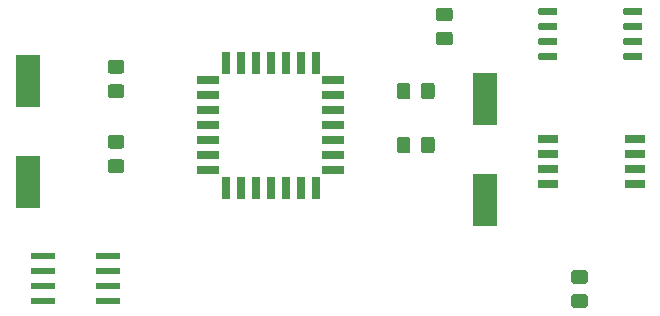
<source format=gtp>
G04 #@! TF.GenerationSoftware,KiCad,Pcbnew,(5.1.5)-3*
G04 #@! TF.CreationDate,2020-12-01T08:46:11+03:00*
G04 #@! TF.ProjectId,project3_4layer,70726f6a-6563-4743-935f-346c61796572,1*
G04 #@! TF.SameCoordinates,Original*
G04 #@! TF.FileFunction,Paste,Top*
G04 #@! TF.FilePolarity,Positive*
%FSLAX46Y46*%
G04 Gerber Fmt 4.6, Leading zero omitted, Abs format (unit mm)*
G04 Created by KiCad (PCBNEW (5.1.5)-3) date 2020-12-01 08:46:11*
%MOMM*%
%LPD*%
G04 APERTURE LIST*
%ADD10R,2.000000X4.500000*%
%ADD11R,2.000000X0.600000*%
%ADD12C,0.100000*%
%ADD13R,1.700000X0.650000*%
%ADD14R,1.925000X0.700000*%
%ADD15R,0.700000X1.925000*%
G04 APERTURE END LIST*
D10*
X97790000Y-134688000D03*
X97790000Y-143188000D03*
X136525000Y-144712000D03*
X136525000Y-136212000D03*
D11*
X99129000Y-149479000D03*
X99129000Y-150749000D03*
X99129000Y-152019000D03*
X99129000Y-153289000D03*
X104579000Y-153289000D03*
X104579000Y-152019000D03*
X104579000Y-150749000D03*
X104579000Y-149479000D03*
D12*
G36*
X149706703Y-128478722D02*
G01*
X149721264Y-128480882D01*
X149735543Y-128484459D01*
X149749403Y-128489418D01*
X149762710Y-128495712D01*
X149775336Y-128503280D01*
X149787159Y-128512048D01*
X149798066Y-128521934D01*
X149807952Y-128532841D01*
X149816720Y-128544664D01*
X149824288Y-128557290D01*
X149830582Y-128570597D01*
X149835541Y-128584457D01*
X149839118Y-128598736D01*
X149841278Y-128613297D01*
X149842000Y-128628000D01*
X149842000Y-128928000D01*
X149841278Y-128942703D01*
X149839118Y-128957264D01*
X149835541Y-128971543D01*
X149830582Y-128985403D01*
X149824288Y-128998710D01*
X149816720Y-129011336D01*
X149807952Y-129023159D01*
X149798066Y-129034066D01*
X149787159Y-129043952D01*
X149775336Y-129052720D01*
X149762710Y-129060288D01*
X149749403Y-129066582D01*
X149735543Y-129071541D01*
X149721264Y-129075118D01*
X149706703Y-129077278D01*
X149692000Y-129078000D01*
X148392000Y-129078000D01*
X148377297Y-129077278D01*
X148362736Y-129075118D01*
X148348457Y-129071541D01*
X148334597Y-129066582D01*
X148321290Y-129060288D01*
X148308664Y-129052720D01*
X148296841Y-129043952D01*
X148285934Y-129034066D01*
X148276048Y-129023159D01*
X148267280Y-129011336D01*
X148259712Y-128998710D01*
X148253418Y-128985403D01*
X148248459Y-128971543D01*
X148244882Y-128957264D01*
X148242722Y-128942703D01*
X148242000Y-128928000D01*
X148242000Y-128628000D01*
X148242722Y-128613297D01*
X148244882Y-128598736D01*
X148248459Y-128584457D01*
X148253418Y-128570597D01*
X148259712Y-128557290D01*
X148267280Y-128544664D01*
X148276048Y-128532841D01*
X148285934Y-128521934D01*
X148296841Y-128512048D01*
X148308664Y-128503280D01*
X148321290Y-128495712D01*
X148334597Y-128489418D01*
X148348457Y-128484459D01*
X148362736Y-128480882D01*
X148377297Y-128478722D01*
X148392000Y-128478000D01*
X149692000Y-128478000D01*
X149706703Y-128478722D01*
G37*
G36*
X149706703Y-129748722D02*
G01*
X149721264Y-129750882D01*
X149735543Y-129754459D01*
X149749403Y-129759418D01*
X149762710Y-129765712D01*
X149775336Y-129773280D01*
X149787159Y-129782048D01*
X149798066Y-129791934D01*
X149807952Y-129802841D01*
X149816720Y-129814664D01*
X149824288Y-129827290D01*
X149830582Y-129840597D01*
X149835541Y-129854457D01*
X149839118Y-129868736D01*
X149841278Y-129883297D01*
X149842000Y-129898000D01*
X149842000Y-130198000D01*
X149841278Y-130212703D01*
X149839118Y-130227264D01*
X149835541Y-130241543D01*
X149830582Y-130255403D01*
X149824288Y-130268710D01*
X149816720Y-130281336D01*
X149807952Y-130293159D01*
X149798066Y-130304066D01*
X149787159Y-130313952D01*
X149775336Y-130322720D01*
X149762710Y-130330288D01*
X149749403Y-130336582D01*
X149735543Y-130341541D01*
X149721264Y-130345118D01*
X149706703Y-130347278D01*
X149692000Y-130348000D01*
X148392000Y-130348000D01*
X148377297Y-130347278D01*
X148362736Y-130345118D01*
X148348457Y-130341541D01*
X148334597Y-130336582D01*
X148321290Y-130330288D01*
X148308664Y-130322720D01*
X148296841Y-130313952D01*
X148285934Y-130304066D01*
X148276048Y-130293159D01*
X148267280Y-130281336D01*
X148259712Y-130268710D01*
X148253418Y-130255403D01*
X148248459Y-130241543D01*
X148244882Y-130227264D01*
X148242722Y-130212703D01*
X148242000Y-130198000D01*
X148242000Y-129898000D01*
X148242722Y-129883297D01*
X148244882Y-129868736D01*
X148248459Y-129854457D01*
X148253418Y-129840597D01*
X148259712Y-129827290D01*
X148267280Y-129814664D01*
X148276048Y-129802841D01*
X148285934Y-129791934D01*
X148296841Y-129782048D01*
X148308664Y-129773280D01*
X148321290Y-129765712D01*
X148334597Y-129759418D01*
X148348457Y-129754459D01*
X148362736Y-129750882D01*
X148377297Y-129748722D01*
X148392000Y-129748000D01*
X149692000Y-129748000D01*
X149706703Y-129748722D01*
G37*
G36*
X149706703Y-131018722D02*
G01*
X149721264Y-131020882D01*
X149735543Y-131024459D01*
X149749403Y-131029418D01*
X149762710Y-131035712D01*
X149775336Y-131043280D01*
X149787159Y-131052048D01*
X149798066Y-131061934D01*
X149807952Y-131072841D01*
X149816720Y-131084664D01*
X149824288Y-131097290D01*
X149830582Y-131110597D01*
X149835541Y-131124457D01*
X149839118Y-131138736D01*
X149841278Y-131153297D01*
X149842000Y-131168000D01*
X149842000Y-131468000D01*
X149841278Y-131482703D01*
X149839118Y-131497264D01*
X149835541Y-131511543D01*
X149830582Y-131525403D01*
X149824288Y-131538710D01*
X149816720Y-131551336D01*
X149807952Y-131563159D01*
X149798066Y-131574066D01*
X149787159Y-131583952D01*
X149775336Y-131592720D01*
X149762710Y-131600288D01*
X149749403Y-131606582D01*
X149735543Y-131611541D01*
X149721264Y-131615118D01*
X149706703Y-131617278D01*
X149692000Y-131618000D01*
X148392000Y-131618000D01*
X148377297Y-131617278D01*
X148362736Y-131615118D01*
X148348457Y-131611541D01*
X148334597Y-131606582D01*
X148321290Y-131600288D01*
X148308664Y-131592720D01*
X148296841Y-131583952D01*
X148285934Y-131574066D01*
X148276048Y-131563159D01*
X148267280Y-131551336D01*
X148259712Y-131538710D01*
X148253418Y-131525403D01*
X148248459Y-131511543D01*
X148244882Y-131497264D01*
X148242722Y-131482703D01*
X148242000Y-131468000D01*
X148242000Y-131168000D01*
X148242722Y-131153297D01*
X148244882Y-131138736D01*
X148248459Y-131124457D01*
X148253418Y-131110597D01*
X148259712Y-131097290D01*
X148267280Y-131084664D01*
X148276048Y-131072841D01*
X148285934Y-131061934D01*
X148296841Y-131052048D01*
X148308664Y-131043280D01*
X148321290Y-131035712D01*
X148334597Y-131029418D01*
X148348457Y-131024459D01*
X148362736Y-131020882D01*
X148377297Y-131018722D01*
X148392000Y-131018000D01*
X149692000Y-131018000D01*
X149706703Y-131018722D01*
G37*
G36*
X149706703Y-132288722D02*
G01*
X149721264Y-132290882D01*
X149735543Y-132294459D01*
X149749403Y-132299418D01*
X149762710Y-132305712D01*
X149775336Y-132313280D01*
X149787159Y-132322048D01*
X149798066Y-132331934D01*
X149807952Y-132342841D01*
X149816720Y-132354664D01*
X149824288Y-132367290D01*
X149830582Y-132380597D01*
X149835541Y-132394457D01*
X149839118Y-132408736D01*
X149841278Y-132423297D01*
X149842000Y-132438000D01*
X149842000Y-132738000D01*
X149841278Y-132752703D01*
X149839118Y-132767264D01*
X149835541Y-132781543D01*
X149830582Y-132795403D01*
X149824288Y-132808710D01*
X149816720Y-132821336D01*
X149807952Y-132833159D01*
X149798066Y-132844066D01*
X149787159Y-132853952D01*
X149775336Y-132862720D01*
X149762710Y-132870288D01*
X149749403Y-132876582D01*
X149735543Y-132881541D01*
X149721264Y-132885118D01*
X149706703Y-132887278D01*
X149692000Y-132888000D01*
X148392000Y-132888000D01*
X148377297Y-132887278D01*
X148362736Y-132885118D01*
X148348457Y-132881541D01*
X148334597Y-132876582D01*
X148321290Y-132870288D01*
X148308664Y-132862720D01*
X148296841Y-132853952D01*
X148285934Y-132844066D01*
X148276048Y-132833159D01*
X148267280Y-132821336D01*
X148259712Y-132808710D01*
X148253418Y-132795403D01*
X148248459Y-132781543D01*
X148244882Y-132767264D01*
X148242722Y-132752703D01*
X148242000Y-132738000D01*
X148242000Y-132438000D01*
X148242722Y-132423297D01*
X148244882Y-132408736D01*
X148248459Y-132394457D01*
X148253418Y-132380597D01*
X148259712Y-132367290D01*
X148267280Y-132354664D01*
X148276048Y-132342841D01*
X148285934Y-132331934D01*
X148296841Y-132322048D01*
X148308664Y-132313280D01*
X148321290Y-132305712D01*
X148334597Y-132299418D01*
X148348457Y-132294459D01*
X148362736Y-132290882D01*
X148377297Y-132288722D01*
X148392000Y-132288000D01*
X149692000Y-132288000D01*
X149706703Y-132288722D01*
G37*
G36*
X142506703Y-132288722D02*
G01*
X142521264Y-132290882D01*
X142535543Y-132294459D01*
X142549403Y-132299418D01*
X142562710Y-132305712D01*
X142575336Y-132313280D01*
X142587159Y-132322048D01*
X142598066Y-132331934D01*
X142607952Y-132342841D01*
X142616720Y-132354664D01*
X142624288Y-132367290D01*
X142630582Y-132380597D01*
X142635541Y-132394457D01*
X142639118Y-132408736D01*
X142641278Y-132423297D01*
X142642000Y-132438000D01*
X142642000Y-132738000D01*
X142641278Y-132752703D01*
X142639118Y-132767264D01*
X142635541Y-132781543D01*
X142630582Y-132795403D01*
X142624288Y-132808710D01*
X142616720Y-132821336D01*
X142607952Y-132833159D01*
X142598066Y-132844066D01*
X142587159Y-132853952D01*
X142575336Y-132862720D01*
X142562710Y-132870288D01*
X142549403Y-132876582D01*
X142535543Y-132881541D01*
X142521264Y-132885118D01*
X142506703Y-132887278D01*
X142492000Y-132888000D01*
X141192000Y-132888000D01*
X141177297Y-132887278D01*
X141162736Y-132885118D01*
X141148457Y-132881541D01*
X141134597Y-132876582D01*
X141121290Y-132870288D01*
X141108664Y-132862720D01*
X141096841Y-132853952D01*
X141085934Y-132844066D01*
X141076048Y-132833159D01*
X141067280Y-132821336D01*
X141059712Y-132808710D01*
X141053418Y-132795403D01*
X141048459Y-132781543D01*
X141044882Y-132767264D01*
X141042722Y-132752703D01*
X141042000Y-132738000D01*
X141042000Y-132438000D01*
X141042722Y-132423297D01*
X141044882Y-132408736D01*
X141048459Y-132394457D01*
X141053418Y-132380597D01*
X141059712Y-132367290D01*
X141067280Y-132354664D01*
X141076048Y-132342841D01*
X141085934Y-132331934D01*
X141096841Y-132322048D01*
X141108664Y-132313280D01*
X141121290Y-132305712D01*
X141134597Y-132299418D01*
X141148457Y-132294459D01*
X141162736Y-132290882D01*
X141177297Y-132288722D01*
X141192000Y-132288000D01*
X142492000Y-132288000D01*
X142506703Y-132288722D01*
G37*
G36*
X142506703Y-131018722D02*
G01*
X142521264Y-131020882D01*
X142535543Y-131024459D01*
X142549403Y-131029418D01*
X142562710Y-131035712D01*
X142575336Y-131043280D01*
X142587159Y-131052048D01*
X142598066Y-131061934D01*
X142607952Y-131072841D01*
X142616720Y-131084664D01*
X142624288Y-131097290D01*
X142630582Y-131110597D01*
X142635541Y-131124457D01*
X142639118Y-131138736D01*
X142641278Y-131153297D01*
X142642000Y-131168000D01*
X142642000Y-131468000D01*
X142641278Y-131482703D01*
X142639118Y-131497264D01*
X142635541Y-131511543D01*
X142630582Y-131525403D01*
X142624288Y-131538710D01*
X142616720Y-131551336D01*
X142607952Y-131563159D01*
X142598066Y-131574066D01*
X142587159Y-131583952D01*
X142575336Y-131592720D01*
X142562710Y-131600288D01*
X142549403Y-131606582D01*
X142535543Y-131611541D01*
X142521264Y-131615118D01*
X142506703Y-131617278D01*
X142492000Y-131618000D01*
X141192000Y-131618000D01*
X141177297Y-131617278D01*
X141162736Y-131615118D01*
X141148457Y-131611541D01*
X141134597Y-131606582D01*
X141121290Y-131600288D01*
X141108664Y-131592720D01*
X141096841Y-131583952D01*
X141085934Y-131574066D01*
X141076048Y-131563159D01*
X141067280Y-131551336D01*
X141059712Y-131538710D01*
X141053418Y-131525403D01*
X141048459Y-131511543D01*
X141044882Y-131497264D01*
X141042722Y-131482703D01*
X141042000Y-131468000D01*
X141042000Y-131168000D01*
X141042722Y-131153297D01*
X141044882Y-131138736D01*
X141048459Y-131124457D01*
X141053418Y-131110597D01*
X141059712Y-131097290D01*
X141067280Y-131084664D01*
X141076048Y-131072841D01*
X141085934Y-131061934D01*
X141096841Y-131052048D01*
X141108664Y-131043280D01*
X141121290Y-131035712D01*
X141134597Y-131029418D01*
X141148457Y-131024459D01*
X141162736Y-131020882D01*
X141177297Y-131018722D01*
X141192000Y-131018000D01*
X142492000Y-131018000D01*
X142506703Y-131018722D01*
G37*
G36*
X142506703Y-129748722D02*
G01*
X142521264Y-129750882D01*
X142535543Y-129754459D01*
X142549403Y-129759418D01*
X142562710Y-129765712D01*
X142575336Y-129773280D01*
X142587159Y-129782048D01*
X142598066Y-129791934D01*
X142607952Y-129802841D01*
X142616720Y-129814664D01*
X142624288Y-129827290D01*
X142630582Y-129840597D01*
X142635541Y-129854457D01*
X142639118Y-129868736D01*
X142641278Y-129883297D01*
X142642000Y-129898000D01*
X142642000Y-130198000D01*
X142641278Y-130212703D01*
X142639118Y-130227264D01*
X142635541Y-130241543D01*
X142630582Y-130255403D01*
X142624288Y-130268710D01*
X142616720Y-130281336D01*
X142607952Y-130293159D01*
X142598066Y-130304066D01*
X142587159Y-130313952D01*
X142575336Y-130322720D01*
X142562710Y-130330288D01*
X142549403Y-130336582D01*
X142535543Y-130341541D01*
X142521264Y-130345118D01*
X142506703Y-130347278D01*
X142492000Y-130348000D01*
X141192000Y-130348000D01*
X141177297Y-130347278D01*
X141162736Y-130345118D01*
X141148457Y-130341541D01*
X141134597Y-130336582D01*
X141121290Y-130330288D01*
X141108664Y-130322720D01*
X141096841Y-130313952D01*
X141085934Y-130304066D01*
X141076048Y-130293159D01*
X141067280Y-130281336D01*
X141059712Y-130268710D01*
X141053418Y-130255403D01*
X141048459Y-130241543D01*
X141044882Y-130227264D01*
X141042722Y-130212703D01*
X141042000Y-130198000D01*
X141042000Y-129898000D01*
X141042722Y-129883297D01*
X141044882Y-129868736D01*
X141048459Y-129854457D01*
X141053418Y-129840597D01*
X141059712Y-129827290D01*
X141067280Y-129814664D01*
X141076048Y-129802841D01*
X141085934Y-129791934D01*
X141096841Y-129782048D01*
X141108664Y-129773280D01*
X141121290Y-129765712D01*
X141134597Y-129759418D01*
X141148457Y-129754459D01*
X141162736Y-129750882D01*
X141177297Y-129748722D01*
X141192000Y-129748000D01*
X142492000Y-129748000D01*
X142506703Y-129748722D01*
G37*
G36*
X142506703Y-128478722D02*
G01*
X142521264Y-128480882D01*
X142535543Y-128484459D01*
X142549403Y-128489418D01*
X142562710Y-128495712D01*
X142575336Y-128503280D01*
X142587159Y-128512048D01*
X142598066Y-128521934D01*
X142607952Y-128532841D01*
X142616720Y-128544664D01*
X142624288Y-128557290D01*
X142630582Y-128570597D01*
X142635541Y-128584457D01*
X142639118Y-128598736D01*
X142641278Y-128613297D01*
X142642000Y-128628000D01*
X142642000Y-128928000D01*
X142641278Y-128942703D01*
X142639118Y-128957264D01*
X142635541Y-128971543D01*
X142630582Y-128985403D01*
X142624288Y-128998710D01*
X142616720Y-129011336D01*
X142607952Y-129023159D01*
X142598066Y-129034066D01*
X142587159Y-129043952D01*
X142575336Y-129052720D01*
X142562710Y-129060288D01*
X142549403Y-129066582D01*
X142535543Y-129071541D01*
X142521264Y-129075118D01*
X142506703Y-129077278D01*
X142492000Y-129078000D01*
X141192000Y-129078000D01*
X141177297Y-129077278D01*
X141162736Y-129075118D01*
X141148457Y-129071541D01*
X141134597Y-129066582D01*
X141121290Y-129060288D01*
X141108664Y-129052720D01*
X141096841Y-129043952D01*
X141085934Y-129034066D01*
X141076048Y-129023159D01*
X141067280Y-129011336D01*
X141059712Y-128998710D01*
X141053418Y-128985403D01*
X141048459Y-128971543D01*
X141044882Y-128957264D01*
X141042722Y-128942703D01*
X141042000Y-128928000D01*
X141042000Y-128628000D01*
X141042722Y-128613297D01*
X141044882Y-128598736D01*
X141048459Y-128584457D01*
X141053418Y-128570597D01*
X141059712Y-128557290D01*
X141067280Y-128544664D01*
X141076048Y-128532841D01*
X141085934Y-128521934D01*
X141096841Y-128512048D01*
X141108664Y-128503280D01*
X141121290Y-128495712D01*
X141134597Y-128489418D01*
X141148457Y-128484459D01*
X141162736Y-128480882D01*
X141177297Y-128478722D01*
X141192000Y-128478000D01*
X142492000Y-128478000D01*
X142506703Y-128478722D01*
G37*
D13*
X149192000Y-139573000D03*
X149192000Y-140843000D03*
X149192000Y-142113000D03*
X149192000Y-143383000D03*
X141892000Y-143383000D03*
X141892000Y-142113000D03*
X141892000Y-140843000D03*
X141892000Y-139573000D03*
D14*
X123686500Y-134620000D03*
X123686500Y-135890000D03*
X123686500Y-137160000D03*
X123686500Y-138430000D03*
X123686500Y-139700000D03*
X123686500Y-140970000D03*
X123686500Y-142240000D03*
D15*
X122174000Y-143752500D03*
X120904000Y-143752500D03*
X119634000Y-143752500D03*
X118364000Y-143752500D03*
X117094000Y-143752500D03*
X115824000Y-143752500D03*
X114554000Y-143752500D03*
D14*
X113041500Y-142240000D03*
X113041500Y-140970000D03*
X113041500Y-139700000D03*
X113041500Y-138430000D03*
X113041500Y-137160000D03*
X113041500Y-135890000D03*
X113041500Y-134620000D03*
D15*
X122174000Y-133107500D03*
X120904000Y-133107500D03*
X119634000Y-133107500D03*
X114554000Y-133107500D03*
X115824000Y-133107500D03*
X117094000Y-133107500D03*
X118364000Y-133107500D03*
D12*
G36*
X132035505Y-139382204D02*
G01*
X132059773Y-139385804D01*
X132083572Y-139391765D01*
X132106671Y-139400030D01*
X132128850Y-139410520D01*
X132149893Y-139423132D01*
X132169599Y-139437747D01*
X132187777Y-139454223D01*
X132204253Y-139472401D01*
X132218868Y-139492107D01*
X132231480Y-139513150D01*
X132241970Y-139535329D01*
X132250235Y-139558428D01*
X132256196Y-139582227D01*
X132259796Y-139606495D01*
X132261000Y-139630999D01*
X132261000Y-140531001D01*
X132259796Y-140555505D01*
X132256196Y-140579773D01*
X132250235Y-140603572D01*
X132241970Y-140626671D01*
X132231480Y-140648850D01*
X132218868Y-140669893D01*
X132204253Y-140689599D01*
X132187777Y-140707777D01*
X132169599Y-140724253D01*
X132149893Y-140738868D01*
X132128850Y-140751480D01*
X132106671Y-140761970D01*
X132083572Y-140770235D01*
X132059773Y-140776196D01*
X132035505Y-140779796D01*
X132011001Y-140781000D01*
X131360999Y-140781000D01*
X131336495Y-140779796D01*
X131312227Y-140776196D01*
X131288428Y-140770235D01*
X131265329Y-140761970D01*
X131243150Y-140751480D01*
X131222107Y-140738868D01*
X131202401Y-140724253D01*
X131184223Y-140707777D01*
X131167747Y-140689599D01*
X131153132Y-140669893D01*
X131140520Y-140648850D01*
X131130030Y-140626671D01*
X131121765Y-140603572D01*
X131115804Y-140579773D01*
X131112204Y-140555505D01*
X131111000Y-140531001D01*
X131111000Y-139630999D01*
X131112204Y-139606495D01*
X131115804Y-139582227D01*
X131121765Y-139558428D01*
X131130030Y-139535329D01*
X131140520Y-139513150D01*
X131153132Y-139492107D01*
X131167747Y-139472401D01*
X131184223Y-139454223D01*
X131202401Y-139437747D01*
X131222107Y-139423132D01*
X131243150Y-139410520D01*
X131265329Y-139400030D01*
X131288428Y-139391765D01*
X131312227Y-139385804D01*
X131336495Y-139382204D01*
X131360999Y-139381000D01*
X132011001Y-139381000D01*
X132035505Y-139382204D01*
G37*
G36*
X129985505Y-139382204D02*
G01*
X130009773Y-139385804D01*
X130033572Y-139391765D01*
X130056671Y-139400030D01*
X130078850Y-139410520D01*
X130099893Y-139423132D01*
X130119599Y-139437747D01*
X130137777Y-139454223D01*
X130154253Y-139472401D01*
X130168868Y-139492107D01*
X130181480Y-139513150D01*
X130191970Y-139535329D01*
X130200235Y-139558428D01*
X130206196Y-139582227D01*
X130209796Y-139606495D01*
X130211000Y-139630999D01*
X130211000Y-140531001D01*
X130209796Y-140555505D01*
X130206196Y-140579773D01*
X130200235Y-140603572D01*
X130191970Y-140626671D01*
X130181480Y-140648850D01*
X130168868Y-140669893D01*
X130154253Y-140689599D01*
X130137777Y-140707777D01*
X130119599Y-140724253D01*
X130099893Y-140738868D01*
X130078850Y-140751480D01*
X130056671Y-140761970D01*
X130033572Y-140770235D01*
X130009773Y-140776196D01*
X129985505Y-140779796D01*
X129961001Y-140781000D01*
X129310999Y-140781000D01*
X129286495Y-140779796D01*
X129262227Y-140776196D01*
X129238428Y-140770235D01*
X129215329Y-140761970D01*
X129193150Y-140751480D01*
X129172107Y-140738868D01*
X129152401Y-140724253D01*
X129134223Y-140707777D01*
X129117747Y-140689599D01*
X129103132Y-140669893D01*
X129090520Y-140648850D01*
X129080030Y-140626671D01*
X129071765Y-140603572D01*
X129065804Y-140579773D01*
X129062204Y-140555505D01*
X129061000Y-140531001D01*
X129061000Y-139630999D01*
X129062204Y-139606495D01*
X129065804Y-139582227D01*
X129071765Y-139558428D01*
X129080030Y-139535329D01*
X129090520Y-139513150D01*
X129103132Y-139492107D01*
X129117747Y-139472401D01*
X129134223Y-139454223D01*
X129152401Y-139437747D01*
X129172107Y-139423132D01*
X129193150Y-139410520D01*
X129215329Y-139400030D01*
X129238428Y-139391765D01*
X129262227Y-139385804D01*
X129286495Y-139382204D01*
X129310999Y-139381000D01*
X129961001Y-139381000D01*
X129985505Y-139382204D01*
G37*
G36*
X129985505Y-134810204D02*
G01*
X130009773Y-134813804D01*
X130033572Y-134819765D01*
X130056671Y-134828030D01*
X130078850Y-134838520D01*
X130099893Y-134851132D01*
X130119599Y-134865747D01*
X130137777Y-134882223D01*
X130154253Y-134900401D01*
X130168868Y-134920107D01*
X130181480Y-134941150D01*
X130191970Y-134963329D01*
X130200235Y-134986428D01*
X130206196Y-135010227D01*
X130209796Y-135034495D01*
X130211000Y-135058999D01*
X130211000Y-135959001D01*
X130209796Y-135983505D01*
X130206196Y-136007773D01*
X130200235Y-136031572D01*
X130191970Y-136054671D01*
X130181480Y-136076850D01*
X130168868Y-136097893D01*
X130154253Y-136117599D01*
X130137777Y-136135777D01*
X130119599Y-136152253D01*
X130099893Y-136166868D01*
X130078850Y-136179480D01*
X130056671Y-136189970D01*
X130033572Y-136198235D01*
X130009773Y-136204196D01*
X129985505Y-136207796D01*
X129961001Y-136209000D01*
X129310999Y-136209000D01*
X129286495Y-136207796D01*
X129262227Y-136204196D01*
X129238428Y-136198235D01*
X129215329Y-136189970D01*
X129193150Y-136179480D01*
X129172107Y-136166868D01*
X129152401Y-136152253D01*
X129134223Y-136135777D01*
X129117747Y-136117599D01*
X129103132Y-136097893D01*
X129090520Y-136076850D01*
X129080030Y-136054671D01*
X129071765Y-136031572D01*
X129065804Y-136007773D01*
X129062204Y-135983505D01*
X129061000Y-135959001D01*
X129061000Y-135058999D01*
X129062204Y-135034495D01*
X129065804Y-135010227D01*
X129071765Y-134986428D01*
X129080030Y-134963329D01*
X129090520Y-134941150D01*
X129103132Y-134920107D01*
X129117747Y-134900401D01*
X129134223Y-134882223D01*
X129152401Y-134865747D01*
X129172107Y-134851132D01*
X129193150Y-134838520D01*
X129215329Y-134828030D01*
X129238428Y-134819765D01*
X129262227Y-134813804D01*
X129286495Y-134810204D01*
X129310999Y-134809000D01*
X129961001Y-134809000D01*
X129985505Y-134810204D01*
G37*
G36*
X132035505Y-134810204D02*
G01*
X132059773Y-134813804D01*
X132083572Y-134819765D01*
X132106671Y-134828030D01*
X132128850Y-134838520D01*
X132149893Y-134851132D01*
X132169599Y-134865747D01*
X132187777Y-134882223D01*
X132204253Y-134900401D01*
X132218868Y-134920107D01*
X132231480Y-134941150D01*
X132241970Y-134963329D01*
X132250235Y-134986428D01*
X132256196Y-135010227D01*
X132259796Y-135034495D01*
X132261000Y-135058999D01*
X132261000Y-135959001D01*
X132259796Y-135983505D01*
X132256196Y-136007773D01*
X132250235Y-136031572D01*
X132241970Y-136054671D01*
X132231480Y-136076850D01*
X132218868Y-136097893D01*
X132204253Y-136117599D01*
X132187777Y-136135777D01*
X132169599Y-136152253D01*
X132149893Y-136166868D01*
X132128850Y-136179480D01*
X132106671Y-136189970D01*
X132083572Y-136198235D01*
X132059773Y-136204196D01*
X132035505Y-136207796D01*
X132011001Y-136209000D01*
X131360999Y-136209000D01*
X131336495Y-136207796D01*
X131312227Y-136204196D01*
X131288428Y-136198235D01*
X131265329Y-136189970D01*
X131243150Y-136179480D01*
X131222107Y-136166868D01*
X131202401Y-136152253D01*
X131184223Y-136135777D01*
X131167747Y-136117599D01*
X131153132Y-136097893D01*
X131140520Y-136076850D01*
X131130030Y-136054671D01*
X131121765Y-136031572D01*
X131115804Y-136007773D01*
X131112204Y-135983505D01*
X131111000Y-135959001D01*
X131111000Y-135058999D01*
X131112204Y-135034495D01*
X131115804Y-135010227D01*
X131121765Y-134986428D01*
X131130030Y-134963329D01*
X131140520Y-134941150D01*
X131153132Y-134920107D01*
X131167747Y-134900401D01*
X131184223Y-134882223D01*
X131202401Y-134865747D01*
X131222107Y-134851132D01*
X131243150Y-134838520D01*
X131265329Y-134828030D01*
X131288428Y-134819765D01*
X131312227Y-134813804D01*
X131336495Y-134810204D01*
X131360999Y-134809000D01*
X132011001Y-134809000D01*
X132035505Y-134810204D01*
G37*
G36*
X145000505Y-150674204D02*
G01*
X145024773Y-150677804D01*
X145048572Y-150683765D01*
X145071671Y-150692030D01*
X145093850Y-150702520D01*
X145114893Y-150715132D01*
X145134599Y-150729747D01*
X145152777Y-150746223D01*
X145169253Y-150764401D01*
X145183868Y-150784107D01*
X145196480Y-150805150D01*
X145206970Y-150827329D01*
X145215235Y-150850428D01*
X145221196Y-150874227D01*
X145224796Y-150898495D01*
X145226000Y-150922999D01*
X145226000Y-151573001D01*
X145224796Y-151597505D01*
X145221196Y-151621773D01*
X145215235Y-151645572D01*
X145206970Y-151668671D01*
X145196480Y-151690850D01*
X145183868Y-151711893D01*
X145169253Y-151731599D01*
X145152777Y-151749777D01*
X145134599Y-151766253D01*
X145114893Y-151780868D01*
X145093850Y-151793480D01*
X145071671Y-151803970D01*
X145048572Y-151812235D01*
X145024773Y-151818196D01*
X145000505Y-151821796D01*
X144976001Y-151823000D01*
X144075999Y-151823000D01*
X144051495Y-151821796D01*
X144027227Y-151818196D01*
X144003428Y-151812235D01*
X143980329Y-151803970D01*
X143958150Y-151793480D01*
X143937107Y-151780868D01*
X143917401Y-151766253D01*
X143899223Y-151749777D01*
X143882747Y-151731599D01*
X143868132Y-151711893D01*
X143855520Y-151690850D01*
X143845030Y-151668671D01*
X143836765Y-151645572D01*
X143830804Y-151621773D01*
X143827204Y-151597505D01*
X143826000Y-151573001D01*
X143826000Y-150922999D01*
X143827204Y-150898495D01*
X143830804Y-150874227D01*
X143836765Y-150850428D01*
X143845030Y-150827329D01*
X143855520Y-150805150D01*
X143868132Y-150784107D01*
X143882747Y-150764401D01*
X143899223Y-150746223D01*
X143917401Y-150729747D01*
X143937107Y-150715132D01*
X143958150Y-150702520D01*
X143980329Y-150692030D01*
X144003428Y-150683765D01*
X144027227Y-150677804D01*
X144051495Y-150674204D01*
X144075999Y-150673000D01*
X144976001Y-150673000D01*
X145000505Y-150674204D01*
G37*
G36*
X145000505Y-152724204D02*
G01*
X145024773Y-152727804D01*
X145048572Y-152733765D01*
X145071671Y-152742030D01*
X145093850Y-152752520D01*
X145114893Y-152765132D01*
X145134599Y-152779747D01*
X145152777Y-152796223D01*
X145169253Y-152814401D01*
X145183868Y-152834107D01*
X145196480Y-152855150D01*
X145206970Y-152877329D01*
X145215235Y-152900428D01*
X145221196Y-152924227D01*
X145224796Y-152948495D01*
X145226000Y-152972999D01*
X145226000Y-153623001D01*
X145224796Y-153647505D01*
X145221196Y-153671773D01*
X145215235Y-153695572D01*
X145206970Y-153718671D01*
X145196480Y-153740850D01*
X145183868Y-153761893D01*
X145169253Y-153781599D01*
X145152777Y-153799777D01*
X145134599Y-153816253D01*
X145114893Y-153830868D01*
X145093850Y-153843480D01*
X145071671Y-153853970D01*
X145048572Y-153862235D01*
X145024773Y-153868196D01*
X145000505Y-153871796D01*
X144976001Y-153873000D01*
X144075999Y-153873000D01*
X144051495Y-153871796D01*
X144027227Y-153868196D01*
X144003428Y-153862235D01*
X143980329Y-153853970D01*
X143958150Y-153843480D01*
X143937107Y-153830868D01*
X143917401Y-153816253D01*
X143899223Y-153799777D01*
X143882747Y-153781599D01*
X143868132Y-153761893D01*
X143855520Y-153740850D01*
X143845030Y-153718671D01*
X143836765Y-153695572D01*
X143830804Y-153671773D01*
X143827204Y-153647505D01*
X143826000Y-153623001D01*
X143826000Y-152972999D01*
X143827204Y-152948495D01*
X143830804Y-152924227D01*
X143836765Y-152900428D01*
X143845030Y-152877329D01*
X143855520Y-152855150D01*
X143868132Y-152834107D01*
X143882747Y-152814401D01*
X143899223Y-152796223D01*
X143917401Y-152779747D01*
X143937107Y-152765132D01*
X143958150Y-152752520D01*
X143980329Y-152742030D01*
X144003428Y-152733765D01*
X144027227Y-152727804D01*
X144051495Y-152724204D01*
X144075999Y-152723000D01*
X144976001Y-152723000D01*
X145000505Y-152724204D01*
G37*
G36*
X105757505Y-141294204D02*
G01*
X105781773Y-141297804D01*
X105805572Y-141303765D01*
X105828671Y-141312030D01*
X105850850Y-141322520D01*
X105871893Y-141335132D01*
X105891599Y-141349747D01*
X105909777Y-141366223D01*
X105926253Y-141384401D01*
X105940868Y-141404107D01*
X105953480Y-141425150D01*
X105963970Y-141447329D01*
X105972235Y-141470428D01*
X105978196Y-141494227D01*
X105981796Y-141518495D01*
X105983000Y-141542999D01*
X105983000Y-142193001D01*
X105981796Y-142217505D01*
X105978196Y-142241773D01*
X105972235Y-142265572D01*
X105963970Y-142288671D01*
X105953480Y-142310850D01*
X105940868Y-142331893D01*
X105926253Y-142351599D01*
X105909777Y-142369777D01*
X105891599Y-142386253D01*
X105871893Y-142400868D01*
X105850850Y-142413480D01*
X105828671Y-142423970D01*
X105805572Y-142432235D01*
X105781773Y-142438196D01*
X105757505Y-142441796D01*
X105733001Y-142443000D01*
X104832999Y-142443000D01*
X104808495Y-142441796D01*
X104784227Y-142438196D01*
X104760428Y-142432235D01*
X104737329Y-142423970D01*
X104715150Y-142413480D01*
X104694107Y-142400868D01*
X104674401Y-142386253D01*
X104656223Y-142369777D01*
X104639747Y-142351599D01*
X104625132Y-142331893D01*
X104612520Y-142310850D01*
X104602030Y-142288671D01*
X104593765Y-142265572D01*
X104587804Y-142241773D01*
X104584204Y-142217505D01*
X104583000Y-142193001D01*
X104583000Y-141542999D01*
X104584204Y-141518495D01*
X104587804Y-141494227D01*
X104593765Y-141470428D01*
X104602030Y-141447329D01*
X104612520Y-141425150D01*
X104625132Y-141404107D01*
X104639747Y-141384401D01*
X104656223Y-141366223D01*
X104674401Y-141349747D01*
X104694107Y-141335132D01*
X104715150Y-141322520D01*
X104737329Y-141312030D01*
X104760428Y-141303765D01*
X104784227Y-141297804D01*
X104808495Y-141294204D01*
X104832999Y-141293000D01*
X105733001Y-141293000D01*
X105757505Y-141294204D01*
G37*
G36*
X105757505Y-139244204D02*
G01*
X105781773Y-139247804D01*
X105805572Y-139253765D01*
X105828671Y-139262030D01*
X105850850Y-139272520D01*
X105871893Y-139285132D01*
X105891599Y-139299747D01*
X105909777Y-139316223D01*
X105926253Y-139334401D01*
X105940868Y-139354107D01*
X105953480Y-139375150D01*
X105963970Y-139397329D01*
X105972235Y-139420428D01*
X105978196Y-139444227D01*
X105981796Y-139468495D01*
X105983000Y-139492999D01*
X105983000Y-140143001D01*
X105981796Y-140167505D01*
X105978196Y-140191773D01*
X105972235Y-140215572D01*
X105963970Y-140238671D01*
X105953480Y-140260850D01*
X105940868Y-140281893D01*
X105926253Y-140301599D01*
X105909777Y-140319777D01*
X105891599Y-140336253D01*
X105871893Y-140350868D01*
X105850850Y-140363480D01*
X105828671Y-140373970D01*
X105805572Y-140382235D01*
X105781773Y-140388196D01*
X105757505Y-140391796D01*
X105733001Y-140393000D01*
X104832999Y-140393000D01*
X104808495Y-140391796D01*
X104784227Y-140388196D01*
X104760428Y-140382235D01*
X104737329Y-140373970D01*
X104715150Y-140363480D01*
X104694107Y-140350868D01*
X104674401Y-140336253D01*
X104656223Y-140319777D01*
X104639747Y-140301599D01*
X104625132Y-140281893D01*
X104612520Y-140260850D01*
X104602030Y-140238671D01*
X104593765Y-140215572D01*
X104587804Y-140191773D01*
X104584204Y-140167505D01*
X104583000Y-140143001D01*
X104583000Y-139492999D01*
X104584204Y-139468495D01*
X104587804Y-139444227D01*
X104593765Y-139420428D01*
X104602030Y-139397329D01*
X104612520Y-139375150D01*
X104625132Y-139354107D01*
X104639747Y-139334401D01*
X104656223Y-139316223D01*
X104674401Y-139299747D01*
X104694107Y-139285132D01*
X104715150Y-139272520D01*
X104737329Y-139262030D01*
X104760428Y-139253765D01*
X104784227Y-139247804D01*
X104808495Y-139244204D01*
X104832999Y-139243000D01*
X105733001Y-139243000D01*
X105757505Y-139244204D01*
G37*
G36*
X105757505Y-132885204D02*
G01*
X105781773Y-132888804D01*
X105805572Y-132894765D01*
X105828671Y-132903030D01*
X105850850Y-132913520D01*
X105871893Y-132926132D01*
X105891599Y-132940747D01*
X105909777Y-132957223D01*
X105926253Y-132975401D01*
X105940868Y-132995107D01*
X105953480Y-133016150D01*
X105963970Y-133038329D01*
X105972235Y-133061428D01*
X105978196Y-133085227D01*
X105981796Y-133109495D01*
X105983000Y-133133999D01*
X105983000Y-133784001D01*
X105981796Y-133808505D01*
X105978196Y-133832773D01*
X105972235Y-133856572D01*
X105963970Y-133879671D01*
X105953480Y-133901850D01*
X105940868Y-133922893D01*
X105926253Y-133942599D01*
X105909777Y-133960777D01*
X105891599Y-133977253D01*
X105871893Y-133991868D01*
X105850850Y-134004480D01*
X105828671Y-134014970D01*
X105805572Y-134023235D01*
X105781773Y-134029196D01*
X105757505Y-134032796D01*
X105733001Y-134034000D01*
X104832999Y-134034000D01*
X104808495Y-134032796D01*
X104784227Y-134029196D01*
X104760428Y-134023235D01*
X104737329Y-134014970D01*
X104715150Y-134004480D01*
X104694107Y-133991868D01*
X104674401Y-133977253D01*
X104656223Y-133960777D01*
X104639747Y-133942599D01*
X104625132Y-133922893D01*
X104612520Y-133901850D01*
X104602030Y-133879671D01*
X104593765Y-133856572D01*
X104587804Y-133832773D01*
X104584204Y-133808505D01*
X104583000Y-133784001D01*
X104583000Y-133133999D01*
X104584204Y-133109495D01*
X104587804Y-133085227D01*
X104593765Y-133061428D01*
X104602030Y-133038329D01*
X104612520Y-133016150D01*
X104625132Y-132995107D01*
X104639747Y-132975401D01*
X104656223Y-132957223D01*
X104674401Y-132940747D01*
X104694107Y-132926132D01*
X104715150Y-132913520D01*
X104737329Y-132903030D01*
X104760428Y-132894765D01*
X104784227Y-132888804D01*
X104808495Y-132885204D01*
X104832999Y-132884000D01*
X105733001Y-132884000D01*
X105757505Y-132885204D01*
G37*
G36*
X105757505Y-134935204D02*
G01*
X105781773Y-134938804D01*
X105805572Y-134944765D01*
X105828671Y-134953030D01*
X105850850Y-134963520D01*
X105871893Y-134976132D01*
X105891599Y-134990747D01*
X105909777Y-135007223D01*
X105926253Y-135025401D01*
X105940868Y-135045107D01*
X105953480Y-135066150D01*
X105963970Y-135088329D01*
X105972235Y-135111428D01*
X105978196Y-135135227D01*
X105981796Y-135159495D01*
X105983000Y-135183999D01*
X105983000Y-135834001D01*
X105981796Y-135858505D01*
X105978196Y-135882773D01*
X105972235Y-135906572D01*
X105963970Y-135929671D01*
X105953480Y-135951850D01*
X105940868Y-135972893D01*
X105926253Y-135992599D01*
X105909777Y-136010777D01*
X105891599Y-136027253D01*
X105871893Y-136041868D01*
X105850850Y-136054480D01*
X105828671Y-136064970D01*
X105805572Y-136073235D01*
X105781773Y-136079196D01*
X105757505Y-136082796D01*
X105733001Y-136084000D01*
X104832999Y-136084000D01*
X104808495Y-136082796D01*
X104784227Y-136079196D01*
X104760428Y-136073235D01*
X104737329Y-136064970D01*
X104715150Y-136054480D01*
X104694107Y-136041868D01*
X104674401Y-136027253D01*
X104656223Y-136010777D01*
X104639747Y-135992599D01*
X104625132Y-135972893D01*
X104612520Y-135951850D01*
X104602030Y-135929671D01*
X104593765Y-135906572D01*
X104587804Y-135882773D01*
X104584204Y-135858505D01*
X104583000Y-135834001D01*
X104583000Y-135183999D01*
X104584204Y-135159495D01*
X104587804Y-135135227D01*
X104593765Y-135111428D01*
X104602030Y-135088329D01*
X104612520Y-135066150D01*
X104625132Y-135045107D01*
X104639747Y-135025401D01*
X104656223Y-135007223D01*
X104674401Y-134990747D01*
X104694107Y-134976132D01*
X104715150Y-134963520D01*
X104737329Y-134953030D01*
X104760428Y-134944765D01*
X104784227Y-134938804D01*
X104808495Y-134935204D01*
X104832999Y-134934000D01*
X105733001Y-134934000D01*
X105757505Y-134935204D01*
G37*
G36*
X133559505Y-128449204D02*
G01*
X133583773Y-128452804D01*
X133607572Y-128458765D01*
X133630671Y-128467030D01*
X133652850Y-128477520D01*
X133673893Y-128490132D01*
X133693599Y-128504747D01*
X133711777Y-128521223D01*
X133728253Y-128539401D01*
X133742868Y-128559107D01*
X133755480Y-128580150D01*
X133765970Y-128602329D01*
X133774235Y-128625428D01*
X133780196Y-128649227D01*
X133783796Y-128673495D01*
X133785000Y-128697999D01*
X133785000Y-129348001D01*
X133783796Y-129372505D01*
X133780196Y-129396773D01*
X133774235Y-129420572D01*
X133765970Y-129443671D01*
X133755480Y-129465850D01*
X133742868Y-129486893D01*
X133728253Y-129506599D01*
X133711777Y-129524777D01*
X133693599Y-129541253D01*
X133673893Y-129555868D01*
X133652850Y-129568480D01*
X133630671Y-129578970D01*
X133607572Y-129587235D01*
X133583773Y-129593196D01*
X133559505Y-129596796D01*
X133535001Y-129598000D01*
X132634999Y-129598000D01*
X132610495Y-129596796D01*
X132586227Y-129593196D01*
X132562428Y-129587235D01*
X132539329Y-129578970D01*
X132517150Y-129568480D01*
X132496107Y-129555868D01*
X132476401Y-129541253D01*
X132458223Y-129524777D01*
X132441747Y-129506599D01*
X132427132Y-129486893D01*
X132414520Y-129465850D01*
X132404030Y-129443671D01*
X132395765Y-129420572D01*
X132389804Y-129396773D01*
X132386204Y-129372505D01*
X132385000Y-129348001D01*
X132385000Y-128697999D01*
X132386204Y-128673495D01*
X132389804Y-128649227D01*
X132395765Y-128625428D01*
X132404030Y-128602329D01*
X132414520Y-128580150D01*
X132427132Y-128559107D01*
X132441747Y-128539401D01*
X132458223Y-128521223D01*
X132476401Y-128504747D01*
X132496107Y-128490132D01*
X132517150Y-128477520D01*
X132539329Y-128467030D01*
X132562428Y-128458765D01*
X132586227Y-128452804D01*
X132610495Y-128449204D01*
X132634999Y-128448000D01*
X133535001Y-128448000D01*
X133559505Y-128449204D01*
G37*
G36*
X133559505Y-130499204D02*
G01*
X133583773Y-130502804D01*
X133607572Y-130508765D01*
X133630671Y-130517030D01*
X133652850Y-130527520D01*
X133673893Y-130540132D01*
X133693599Y-130554747D01*
X133711777Y-130571223D01*
X133728253Y-130589401D01*
X133742868Y-130609107D01*
X133755480Y-130630150D01*
X133765970Y-130652329D01*
X133774235Y-130675428D01*
X133780196Y-130699227D01*
X133783796Y-130723495D01*
X133785000Y-130747999D01*
X133785000Y-131398001D01*
X133783796Y-131422505D01*
X133780196Y-131446773D01*
X133774235Y-131470572D01*
X133765970Y-131493671D01*
X133755480Y-131515850D01*
X133742868Y-131536893D01*
X133728253Y-131556599D01*
X133711777Y-131574777D01*
X133693599Y-131591253D01*
X133673893Y-131605868D01*
X133652850Y-131618480D01*
X133630671Y-131628970D01*
X133607572Y-131637235D01*
X133583773Y-131643196D01*
X133559505Y-131646796D01*
X133535001Y-131648000D01*
X132634999Y-131648000D01*
X132610495Y-131646796D01*
X132586227Y-131643196D01*
X132562428Y-131637235D01*
X132539329Y-131628970D01*
X132517150Y-131618480D01*
X132496107Y-131605868D01*
X132476401Y-131591253D01*
X132458223Y-131574777D01*
X132441747Y-131556599D01*
X132427132Y-131536893D01*
X132414520Y-131515850D01*
X132404030Y-131493671D01*
X132395765Y-131470572D01*
X132389804Y-131446773D01*
X132386204Y-131422505D01*
X132385000Y-131398001D01*
X132385000Y-130747999D01*
X132386204Y-130723495D01*
X132389804Y-130699227D01*
X132395765Y-130675428D01*
X132404030Y-130652329D01*
X132414520Y-130630150D01*
X132427132Y-130609107D01*
X132441747Y-130589401D01*
X132458223Y-130571223D01*
X132476401Y-130554747D01*
X132496107Y-130540132D01*
X132517150Y-130527520D01*
X132539329Y-130517030D01*
X132562428Y-130508765D01*
X132586227Y-130502804D01*
X132610495Y-130499204D01*
X132634999Y-130498000D01*
X133535001Y-130498000D01*
X133559505Y-130499204D01*
G37*
M02*

</source>
